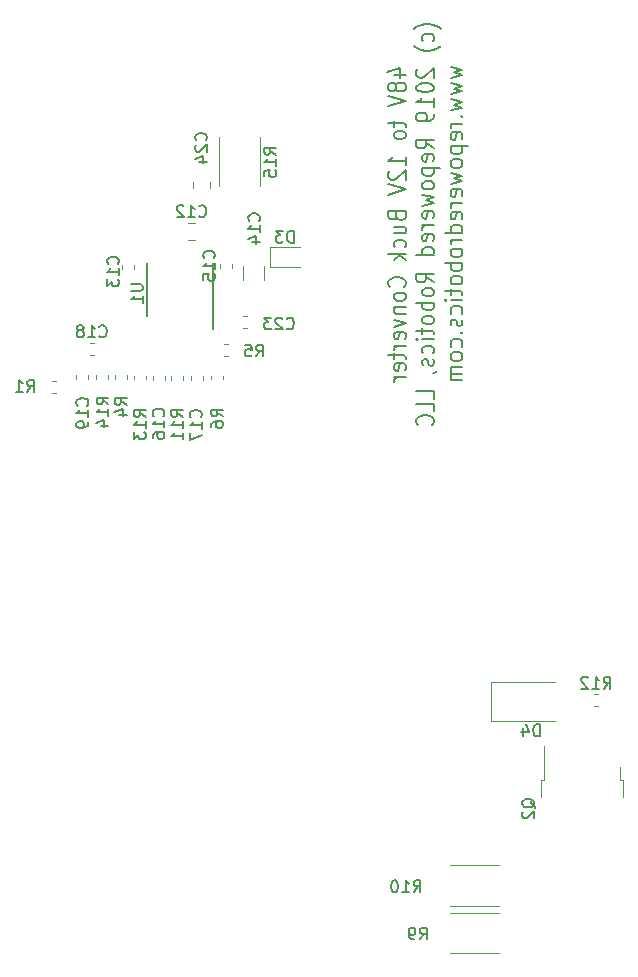
<source format=gbr>
G04 #@! TF.GenerationSoftware,KiCad,Pcbnew,(5.1.2)-2*
G04 #@! TF.CreationDate,2019-10-04T19:12:57-04:00*
G04 #@! TF.ProjectId,High_Current_Buck,48696768-5f43-4757-9272-656e745f4275,rev?*
G04 #@! TF.SameCoordinates,Original*
G04 #@! TF.FileFunction,Legend,Bot*
G04 #@! TF.FilePolarity,Positive*
%FSLAX46Y46*%
G04 Gerber Fmt 4.6, Leading zero omitted, Abs format (unit mm)*
G04 Created by KiCad (PCBNEW (5.1.2)-2) date 2019-10-04 19:12:57*
%MOMM*%
%LPD*%
G04 APERTURE LIST*
%ADD10C,0.150000*%
%ADD11C,0.120000*%
G04 APERTURE END LIST*
D10*
X86378571Y-44402380D02*
X87378571Y-44402380D01*
X85807142Y-44092857D02*
X86878571Y-43783333D01*
X86878571Y-44588095D01*
X86521428Y-45269047D02*
X86450000Y-45145238D01*
X86378571Y-45083333D01*
X86235714Y-45021428D01*
X86164285Y-45021428D01*
X86021428Y-45083333D01*
X85950000Y-45145238D01*
X85878571Y-45269047D01*
X85878571Y-45516666D01*
X85950000Y-45640476D01*
X86021428Y-45702380D01*
X86164285Y-45764285D01*
X86235714Y-45764285D01*
X86378571Y-45702380D01*
X86450000Y-45640476D01*
X86521428Y-45516666D01*
X86521428Y-45269047D01*
X86592857Y-45145238D01*
X86664285Y-45083333D01*
X86807142Y-45021428D01*
X87092857Y-45021428D01*
X87235714Y-45083333D01*
X87307142Y-45145238D01*
X87378571Y-45269047D01*
X87378571Y-45516666D01*
X87307142Y-45640476D01*
X87235714Y-45702380D01*
X87092857Y-45764285D01*
X86807142Y-45764285D01*
X86664285Y-45702380D01*
X86592857Y-45640476D01*
X86521428Y-45516666D01*
X85878571Y-46135714D02*
X87378571Y-46569047D01*
X85878571Y-47002380D01*
X86378571Y-48240476D02*
X86378571Y-48735714D01*
X85878571Y-48426190D02*
X87164285Y-48426190D01*
X87307142Y-48488095D01*
X87378571Y-48611904D01*
X87378571Y-48735714D01*
X87378571Y-49354761D02*
X87307142Y-49230952D01*
X87235714Y-49169047D01*
X87092857Y-49107142D01*
X86664285Y-49107142D01*
X86521428Y-49169047D01*
X86450000Y-49230952D01*
X86378571Y-49354761D01*
X86378571Y-49540476D01*
X86450000Y-49664285D01*
X86521428Y-49726190D01*
X86664285Y-49788095D01*
X87092857Y-49788095D01*
X87235714Y-49726190D01*
X87307142Y-49664285D01*
X87378571Y-49540476D01*
X87378571Y-49354761D01*
X87378571Y-52016666D02*
X87378571Y-51273809D01*
X87378571Y-51645238D02*
X85878571Y-51645238D01*
X86092857Y-51521428D01*
X86235714Y-51397619D01*
X86307142Y-51273809D01*
X86021428Y-52511904D02*
X85950000Y-52573809D01*
X85878571Y-52697619D01*
X85878571Y-53007142D01*
X85950000Y-53130952D01*
X86021428Y-53192857D01*
X86164285Y-53254761D01*
X86307142Y-53254761D01*
X86521428Y-53192857D01*
X87378571Y-52450000D01*
X87378571Y-53254761D01*
X85878571Y-53626190D02*
X87378571Y-54059523D01*
X85878571Y-54492857D01*
X86592857Y-56350000D02*
X86664285Y-56535714D01*
X86735714Y-56597619D01*
X86878571Y-56659523D01*
X87092857Y-56659523D01*
X87235714Y-56597619D01*
X87307142Y-56535714D01*
X87378571Y-56411904D01*
X87378571Y-55916666D01*
X85878571Y-55916666D01*
X85878571Y-56350000D01*
X85950000Y-56473809D01*
X86021428Y-56535714D01*
X86164285Y-56597619D01*
X86307142Y-56597619D01*
X86450000Y-56535714D01*
X86521428Y-56473809D01*
X86592857Y-56350000D01*
X86592857Y-55916666D01*
X86378571Y-57773809D02*
X87378571Y-57773809D01*
X86378571Y-57216666D02*
X87164285Y-57216666D01*
X87307142Y-57278571D01*
X87378571Y-57402380D01*
X87378571Y-57588095D01*
X87307142Y-57711904D01*
X87235714Y-57773809D01*
X87307142Y-58949999D02*
X87378571Y-58826190D01*
X87378571Y-58578571D01*
X87307142Y-58454761D01*
X87235714Y-58392857D01*
X87092857Y-58330952D01*
X86664285Y-58330952D01*
X86521428Y-58392857D01*
X86450000Y-58454761D01*
X86378571Y-58578571D01*
X86378571Y-58826190D01*
X86450000Y-58949999D01*
X87378571Y-59507142D02*
X85878571Y-59507142D01*
X86807142Y-59630952D02*
X87378571Y-60002380D01*
X86378571Y-60002380D02*
X86950000Y-59507142D01*
X87235714Y-62292857D02*
X87307142Y-62230952D01*
X87378571Y-62045238D01*
X87378571Y-61921428D01*
X87307142Y-61735714D01*
X87164285Y-61611904D01*
X87021428Y-61550000D01*
X86735714Y-61488095D01*
X86521428Y-61488095D01*
X86235714Y-61550000D01*
X86092857Y-61611904D01*
X85950000Y-61735714D01*
X85878571Y-61921428D01*
X85878571Y-62045238D01*
X85950000Y-62230952D01*
X86021428Y-62292857D01*
X87378571Y-63035714D02*
X87307142Y-62911904D01*
X87235714Y-62850000D01*
X87092857Y-62788095D01*
X86664285Y-62788095D01*
X86521428Y-62850000D01*
X86450000Y-62911904D01*
X86378571Y-63035714D01*
X86378571Y-63221428D01*
X86450000Y-63345238D01*
X86521428Y-63407142D01*
X86664285Y-63469047D01*
X87092857Y-63469047D01*
X87235714Y-63407142D01*
X87307142Y-63345238D01*
X87378571Y-63221428D01*
X87378571Y-63035714D01*
X86378571Y-64026190D02*
X87378571Y-64026190D01*
X86521428Y-64026190D02*
X86450000Y-64088095D01*
X86378571Y-64211904D01*
X86378571Y-64397619D01*
X86450000Y-64521428D01*
X86592857Y-64583333D01*
X87378571Y-64583333D01*
X86378571Y-65078571D02*
X87378571Y-65388095D01*
X86378571Y-65697619D01*
X87307142Y-66688095D02*
X87378571Y-66564285D01*
X87378571Y-66316666D01*
X87307142Y-66192857D01*
X87164285Y-66130952D01*
X86592857Y-66130952D01*
X86450000Y-66192857D01*
X86378571Y-66316666D01*
X86378571Y-66564285D01*
X86450000Y-66688095D01*
X86592857Y-66749999D01*
X86735714Y-66749999D01*
X86878571Y-66130952D01*
X87378571Y-67307142D02*
X86378571Y-67307142D01*
X86664285Y-67307142D02*
X86521428Y-67369047D01*
X86450000Y-67430952D01*
X86378571Y-67554761D01*
X86378571Y-67678571D01*
X86378571Y-67926190D02*
X86378571Y-68421428D01*
X85878571Y-68111904D02*
X87164285Y-68111904D01*
X87307142Y-68173809D01*
X87378571Y-68297619D01*
X87378571Y-68421428D01*
X87307142Y-69349999D02*
X87378571Y-69226190D01*
X87378571Y-68978571D01*
X87307142Y-68854761D01*
X87164285Y-68792857D01*
X86592857Y-68792857D01*
X86450000Y-68854761D01*
X86378571Y-68978571D01*
X86378571Y-69226190D01*
X86450000Y-69349999D01*
X86592857Y-69411904D01*
X86735714Y-69411904D01*
X86878571Y-68792857D01*
X87378571Y-69969047D02*
X86378571Y-69969047D01*
X86664285Y-69969047D02*
X86521428Y-70030952D01*
X86450000Y-70092857D01*
X86378571Y-70216666D01*
X86378571Y-70340476D01*
X90350000Y-40440476D02*
X90278571Y-40378571D01*
X90064285Y-40254761D01*
X89921428Y-40192857D01*
X89707142Y-40130952D01*
X89350000Y-40069047D01*
X89064285Y-40069047D01*
X88707142Y-40130952D01*
X88492857Y-40192857D01*
X88350000Y-40254761D01*
X88135714Y-40378571D01*
X88064285Y-40440476D01*
X89707142Y-41492857D02*
X89778571Y-41369047D01*
X89778571Y-41121428D01*
X89707142Y-40997619D01*
X89635714Y-40935714D01*
X89492857Y-40873809D01*
X89064285Y-40873809D01*
X88921428Y-40935714D01*
X88850000Y-40997619D01*
X88778571Y-41121428D01*
X88778571Y-41369047D01*
X88850000Y-41492857D01*
X90350000Y-41926190D02*
X90278571Y-41988095D01*
X90064285Y-42111904D01*
X89921428Y-42173809D01*
X89707142Y-42235714D01*
X89350000Y-42297619D01*
X89064285Y-42297619D01*
X88707142Y-42235714D01*
X88492857Y-42173809D01*
X88350000Y-42111904D01*
X88135714Y-41988095D01*
X88064285Y-41926190D01*
X88421428Y-43845238D02*
X88350000Y-43907142D01*
X88278571Y-44030952D01*
X88278571Y-44340476D01*
X88350000Y-44464285D01*
X88421428Y-44526190D01*
X88564285Y-44588095D01*
X88707142Y-44588095D01*
X88921428Y-44526190D01*
X89778571Y-43783333D01*
X89778571Y-44588095D01*
X88278571Y-45392857D02*
X88278571Y-45516666D01*
X88350000Y-45640476D01*
X88421428Y-45702380D01*
X88564285Y-45764285D01*
X88850000Y-45826190D01*
X89207142Y-45826190D01*
X89492857Y-45764285D01*
X89635714Y-45702380D01*
X89707142Y-45640476D01*
X89778571Y-45516666D01*
X89778571Y-45392857D01*
X89707142Y-45269047D01*
X89635714Y-45207142D01*
X89492857Y-45145238D01*
X89207142Y-45083333D01*
X88850000Y-45083333D01*
X88564285Y-45145238D01*
X88421428Y-45207142D01*
X88350000Y-45269047D01*
X88278571Y-45392857D01*
X89778571Y-47064285D02*
X89778571Y-46321428D01*
X89778571Y-46692857D02*
X88278571Y-46692857D01*
X88492857Y-46569047D01*
X88635714Y-46445238D01*
X88707142Y-46321428D01*
X89778571Y-47683333D02*
X89778571Y-47930952D01*
X89707142Y-48054761D01*
X89635714Y-48116666D01*
X89421428Y-48240476D01*
X89135714Y-48302380D01*
X88564285Y-48302380D01*
X88421428Y-48240476D01*
X88350000Y-48178571D01*
X88278571Y-48054761D01*
X88278571Y-47807142D01*
X88350000Y-47683333D01*
X88421428Y-47621428D01*
X88564285Y-47559523D01*
X88921428Y-47559523D01*
X89064285Y-47621428D01*
X89135714Y-47683333D01*
X89207142Y-47807142D01*
X89207142Y-48054761D01*
X89135714Y-48178571D01*
X89064285Y-48240476D01*
X88921428Y-48302380D01*
X89778571Y-50592857D02*
X89064285Y-50159523D01*
X89778571Y-49850000D02*
X88278571Y-49850000D01*
X88278571Y-50345238D01*
X88350000Y-50469047D01*
X88421428Y-50530952D01*
X88564285Y-50592857D01*
X88778571Y-50592857D01*
X88921428Y-50530952D01*
X88992857Y-50469047D01*
X89064285Y-50345238D01*
X89064285Y-49850000D01*
X89707142Y-51645238D02*
X89778571Y-51521428D01*
X89778571Y-51273809D01*
X89707142Y-51150000D01*
X89564285Y-51088095D01*
X88992857Y-51088095D01*
X88850000Y-51150000D01*
X88778571Y-51273809D01*
X88778571Y-51521428D01*
X88850000Y-51645238D01*
X88992857Y-51707142D01*
X89135714Y-51707142D01*
X89278571Y-51088095D01*
X88778571Y-52264285D02*
X90278571Y-52264285D01*
X88850000Y-52264285D02*
X88778571Y-52388095D01*
X88778571Y-52635714D01*
X88850000Y-52759523D01*
X88921428Y-52821428D01*
X89064285Y-52883333D01*
X89492857Y-52883333D01*
X89635714Y-52821428D01*
X89707142Y-52759523D01*
X89778571Y-52635714D01*
X89778571Y-52388095D01*
X89707142Y-52264285D01*
X89778571Y-53626190D02*
X89707142Y-53502380D01*
X89635714Y-53440476D01*
X89492857Y-53378571D01*
X89064285Y-53378571D01*
X88921428Y-53440476D01*
X88850000Y-53502380D01*
X88778571Y-53626190D01*
X88778571Y-53811904D01*
X88850000Y-53935714D01*
X88921428Y-53997619D01*
X89064285Y-54059523D01*
X89492857Y-54059523D01*
X89635714Y-53997619D01*
X89707142Y-53935714D01*
X89778571Y-53811904D01*
X89778571Y-53626190D01*
X88778571Y-54492857D02*
X89778571Y-54740476D01*
X89064285Y-54988095D01*
X89778571Y-55235714D01*
X88778571Y-55483333D01*
X89707142Y-56473809D02*
X89778571Y-56350000D01*
X89778571Y-56102380D01*
X89707142Y-55978571D01*
X89564285Y-55916666D01*
X88992857Y-55916666D01*
X88850000Y-55978571D01*
X88778571Y-56102380D01*
X88778571Y-56350000D01*
X88850000Y-56473809D01*
X88992857Y-56535714D01*
X89135714Y-56535714D01*
X89278571Y-55916666D01*
X89778571Y-57092857D02*
X88778571Y-57092857D01*
X89064285Y-57092857D02*
X88921428Y-57154761D01*
X88850000Y-57216666D01*
X88778571Y-57340476D01*
X88778571Y-57464285D01*
X89707142Y-58392857D02*
X89778571Y-58269047D01*
X89778571Y-58021428D01*
X89707142Y-57897619D01*
X89564285Y-57835714D01*
X88992857Y-57835714D01*
X88850000Y-57897619D01*
X88778571Y-58021428D01*
X88778571Y-58269047D01*
X88850000Y-58392857D01*
X88992857Y-58454761D01*
X89135714Y-58454761D01*
X89278571Y-57835714D01*
X89778571Y-59569047D02*
X88278571Y-59569047D01*
X89707142Y-59569047D02*
X89778571Y-59445238D01*
X89778571Y-59197619D01*
X89707142Y-59073809D01*
X89635714Y-59011904D01*
X89492857Y-58950000D01*
X89064285Y-58950000D01*
X88921428Y-59011904D01*
X88850000Y-59073809D01*
X88778571Y-59197619D01*
X88778571Y-59445238D01*
X88850000Y-59569047D01*
X89778571Y-61921428D02*
X89064285Y-61488095D01*
X89778571Y-61178571D02*
X88278571Y-61178571D01*
X88278571Y-61673809D01*
X88350000Y-61797619D01*
X88421428Y-61859523D01*
X88564285Y-61921428D01*
X88778571Y-61921428D01*
X88921428Y-61859523D01*
X88992857Y-61797619D01*
X89064285Y-61673809D01*
X89064285Y-61178571D01*
X89778571Y-62664285D02*
X89707142Y-62540476D01*
X89635714Y-62478571D01*
X89492857Y-62416666D01*
X89064285Y-62416666D01*
X88921428Y-62478571D01*
X88850000Y-62540476D01*
X88778571Y-62664285D01*
X88778571Y-62850000D01*
X88850000Y-62973809D01*
X88921428Y-63035714D01*
X89064285Y-63097619D01*
X89492857Y-63097619D01*
X89635714Y-63035714D01*
X89707142Y-62973809D01*
X89778571Y-62850000D01*
X89778571Y-62664285D01*
X89778571Y-63654761D02*
X88278571Y-63654761D01*
X88850000Y-63654761D02*
X88778571Y-63778571D01*
X88778571Y-64026190D01*
X88850000Y-64150000D01*
X88921428Y-64211904D01*
X89064285Y-64273809D01*
X89492857Y-64273809D01*
X89635714Y-64211904D01*
X89707142Y-64150000D01*
X89778571Y-64026190D01*
X89778571Y-63778571D01*
X89707142Y-63654761D01*
X89778571Y-65016666D02*
X89707142Y-64892857D01*
X89635714Y-64830952D01*
X89492857Y-64769047D01*
X89064285Y-64769047D01*
X88921428Y-64830952D01*
X88850000Y-64892857D01*
X88778571Y-65016666D01*
X88778571Y-65202380D01*
X88850000Y-65326190D01*
X88921428Y-65388095D01*
X89064285Y-65450000D01*
X89492857Y-65450000D01*
X89635714Y-65388095D01*
X89707142Y-65326190D01*
X89778571Y-65202380D01*
X89778571Y-65016666D01*
X88778571Y-65821428D02*
X88778571Y-66316666D01*
X88278571Y-66007142D02*
X89564285Y-66007142D01*
X89707142Y-66069047D01*
X89778571Y-66192857D01*
X89778571Y-66316666D01*
X89778571Y-66750000D02*
X88778571Y-66750000D01*
X88278571Y-66750000D02*
X88350000Y-66688095D01*
X88421428Y-66750000D01*
X88350000Y-66811904D01*
X88278571Y-66750000D01*
X88421428Y-66750000D01*
X89707142Y-67926190D02*
X89778571Y-67802380D01*
X89778571Y-67554761D01*
X89707142Y-67430952D01*
X89635714Y-67369047D01*
X89492857Y-67307142D01*
X89064285Y-67307142D01*
X88921428Y-67369047D01*
X88850000Y-67430952D01*
X88778571Y-67554761D01*
X88778571Y-67802380D01*
X88850000Y-67926190D01*
X89707142Y-68421428D02*
X89778571Y-68545238D01*
X89778571Y-68792857D01*
X89707142Y-68916666D01*
X89564285Y-68978571D01*
X89492857Y-68978571D01*
X89350000Y-68916666D01*
X89278571Y-68792857D01*
X89278571Y-68607142D01*
X89207142Y-68483333D01*
X89064285Y-68421428D01*
X88992857Y-68421428D01*
X88850000Y-68483333D01*
X88778571Y-68607142D01*
X88778571Y-68792857D01*
X88850000Y-68916666D01*
X89707142Y-69597619D02*
X89778571Y-69597619D01*
X89921428Y-69535714D01*
X89992857Y-69473809D01*
X89778571Y-71764285D02*
X89778571Y-71145238D01*
X88278571Y-71145238D01*
X89778571Y-72816666D02*
X89778571Y-72197619D01*
X88278571Y-72197619D01*
X89635714Y-73992857D02*
X89707142Y-73930952D01*
X89778571Y-73745238D01*
X89778571Y-73621428D01*
X89707142Y-73435714D01*
X89564285Y-73311904D01*
X89421428Y-73250000D01*
X89135714Y-73188095D01*
X88921428Y-73188095D01*
X88635714Y-73250000D01*
X88492857Y-73311904D01*
X88350000Y-73435714D01*
X88278571Y-73621428D01*
X88278571Y-73745238D01*
X88350000Y-73930952D01*
X88421428Y-73992857D01*
X91178571Y-43659523D02*
X92178571Y-43907142D01*
X91464285Y-44154761D01*
X92178571Y-44402380D01*
X91178571Y-44650000D01*
X91178571Y-45021428D02*
X92178571Y-45269047D01*
X91464285Y-45516666D01*
X92178571Y-45764285D01*
X91178571Y-46011904D01*
X91178571Y-46383333D02*
X92178571Y-46630952D01*
X91464285Y-46878571D01*
X92178571Y-47126190D01*
X91178571Y-47373809D01*
X92035714Y-47869047D02*
X92107142Y-47930952D01*
X92178571Y-47869047D01*
X92107142Y-47807142D01*
X92035714Y-47869047D01*
X92178571Y-47869047D01*
X92178571Y-48488095D02*
X91178571Y-48488095D01*
X91464285Y-48488095D02*
X91321428Y-48550000D01*
X91250000Y-48611904D01*
X91178571Y-48735714D01*
X91178571Y-48859523D01*
X92107142Y-49788095D02*
X92178571Y-49664285D01*
X92178571Y-49416666D01*
X92107142Y-49292857D01*
X91964285Y-49230952D01*
X91392857Y-49230952D01*
X91250000Y-49292857D01*
X91178571Y-49416666D01*
X91178571Y-49664285D01*
X91250000Y-49788095D01*
X91392857Y-49850000D01*
X91535714Y-49850000D01*
X91678571Y-49230952D01*
X91178571Y-50407142D02*
X92678571Y-50407142D01*
X91250000Y-50407142D02*
X91178571Y-50530952D01*
X91178571Y-50778571D01*
X91250000Y-50902380D01*
X91321428Y-50964285D01*
X91464285Y-51026190D01*
X91892857Y-51026190D01*
X92035714Y-50964285D01*
X92107142Y-50902380D01*
X92178571Y-50778571D01*
X92178571Y-50530952D01*
X92107142Y-50407142D01*
X92178571Y-51769047D02*
X92107142Y-51645238D01*
X92035714Y-51583333D01*
X91892857Y-51521428D01*
X91464285Y-51521428D01*
X91321428Y-51583333D01*
X91250000Y-51645238D01*
X91178571Y-51769047D01*
X91178571Y-51954761D01*
X91250000Y-52078571D01*
X91321428Y-52140476D01*
X91464285Y-52202380D01*
X91892857Y-52202380D01*
X92035714Y-52140476D01*
X92107142Y-52078571D01*
X92178571Y-51954761D01*
X92178571Y-51769047D01*
X91178571Y-52635714D02*
X92178571Y-52883333D01*
X91464285Y-53130952D01*
X92178571Y-53378571D01*
X91178571Y-53626190D01*
X92107142Y-54616666D02*
X92178571Y-54492857D01*
X92178571Y-54245238D01*
X92107142Y-54121428D01*
X91964285Y-54059523D01*
X91392857Y-54059523D01*
X91250000Y-54121428D01*
X91178571Y-54245238D01*
X91178571Y-54492857D01*
X91250000Y-54616666D01*
X91392857Y-54678571D01*
X91535714Y-54678571D01*
X91678571Y-54059523D01*
X92178571Y-55235714D02*
X91178571Y-55235714D01*
X91464285Y-55235714D02*
X91321428Y-55297619D01*
X91250000Y-55359523D01*
X91178571Y-55483333D01*
X91178571Y-55607142D01*
X92107142Y-56535714D02*
X92178571Y-56411904D01*
X92178571Y-56164285D01*
X92107142Y-56040476D01*
X91964285Y-55978571D01*
X91392857Y-55978571D01*
X91250000Y-56040476D01*
X91178571Y-56164285D01*
X91178571Y-56411904D01*
X91250000Y-56535714D01*
X91392857Y-56597619D01*
X91535714Y-56597619D01*
X91678571Y-55978571D01*
X92178571Y-57711904D02*
X90678571Y-57711904D01*
X92107142Y-57711904D02*
X92178571Y-57588095D01*
X92178571Y-57340476D01*
X92107142Y-57216666D01*
X92035714Y-57154761D01*
X91892857Y-57092857D01*
X91464285Y-57092857D01*
X91321428Y-57154761D01*
X91250000Y-57216666D01*
X91178571Y-57340476D01*
X91178571Y-57588095D01*
X91250000Y-57711904D01*
X92178571Y-58330952D02*
X91178571Y-58330952D01*
X91464285Y-58330952D02*
X91321428Y-58392857D01*
X91250000Y-58454761D01*
X91178571Y-58578571D01*
X91178571Y-58702380D01*
X92178571Y-59321428D02*
X92107142Y-59197619D01*
X92035714Y-59135714D01*
X91892857Y-59073809D01*
X91464285Y-59073809D01*
X91321428Y-59135714D01*
X91250000Y-59197619D01*
X91178571Y-59321428D01*
X91178571Y-59507142D01*
X91250000Y-59630952D01*
X91321428Y-59692857D01*
X91464285Y-59754761D01*
X91892857Y-59754761D01*
X92035714Y-59692857D01*
X92107142Y-59630952D01*
X92178571Y-59507142D01*
X92178571Y-59321428D01*
X92178571Y-60311904D02*
X90678571Y-60311904D01*
X91250000Y-60311904D02*
X91178571Y-60435714D01*
X91178571Y-60683333D01*
X91250000Y-60807142D01*
X91321428Y-60869047D01*
X91464285Y-60930952D01*
X91892857Y-60930952D01*
X92035714Y-60869047D01*
X92107142Y-60807142D01*
X92178571Y-60683333D01*
X92178571Y-60435714D01*
X92107142Y-60311904D01*
X92178571Y-61673809D02*
X92107142Y-61550000D01*
X92035714Y-61488095D01*
X91892857Y-61426190D01*
X91464285Y-61426190D01*
X91321428Y-61488095D01*
X91250000Y-61550000D01*
X91178571Y-61673809D01*
X91178571Y-61859523D01*
X91250000Y-61983333D01*
X91321428Y-62045238D01*
X91464285Y-62107142D01*
X91892857Y-62107142D01*
X92035714Y-62045238D01*
X92107142Y-61983333D01*
X92178571Y-61859523D01*
X92178571Y-61673809D01*
X91178571Y-62478571D02*
X91178571Y-62973809D01*
X90678571Y-62664285D02*
X91964285Y-62664285D01*
X92107142Y-62726190D01*
X92178571Y-62850000D01*
X92178571Y-62973809D01*
X92178571Y-63407142D02*
X91178571Y-63407142D01*
X90678571Y-63407142D02*
X90750000Y-63345238D01*
X90821428Y-63407142D01*
X90750000Y-63469047D01*
X90678571Y-63407142D01*
X90821428Y-63407142D01*
X92107142Y-64583333D02*
X92178571Y-64459523D01*
X92178571Y-64211904D01*
X92107142Y-64088095D01*
X92035714Y-64026190D01*
X91892857Y-63964285D01*
X91464285Y-63964285D01*
X91321428Y-64026190D01*
X91250000Y-64088095D01*
X91178571Y-64211904D01*
X91178571Y-64459523D01*
X91250000Y-64583333D01*
X92107142Y-65078571D02*
X92178571Y-65202380D01*
X92178571Y-65450000D01*
X92107142Y-65573809D01*
X91964285Y-65635714D01*
X91892857Y-65635714D01*
X91750000Y-65573809D01*
X91678571Y-65450000D01*
X91678571Y-65264285D01*
X91607142Y-65140476D01*
X91464285Y-65078571D01*
X91392857Y-65078571D01*
X91250000Y-65140476D01*
X91178571Y-65264285D01*
X91178571Y-65450000D01*
X91250000Y-65573809D01*
X92035714Y-66192857D02*
X92107142Y-66254761D01*
X92178571Y-66192857D01*
X92107142Y-66130952D01*
X92035714Y-66192857D01*
X92178571Y-66192857D01*
X92107142Y-67369047D02*
X92178571Y-67245238D01*
X92178571Y-66997619D01*
X92107142Y-66873809D01*
X92035714Y-66811904D01*
X91892857Y-66750000D01*
X91464285Y-66750000D01*
X91321428Y-66811904D01*
X91250000Y-66873809D01*
X91178571Y-66997619D01*
X91178571Y-67245238D01*
X91250000Y-67369047D01*
X92178571Y-68111904D02*
X92107142Y-67988095D01*
X92035714Y-67926190D01*
X91892857Y-67864285D01*
X91464285Y-67864285D01*
X91321428Y-67926190D01*
X91250000Y-67988095D01*
X91178571Y-68111904D01*
X91178571Y-68297619D01*
X91250000Y-68421428D01*
X91321428Y-68483333D01*
X91464285Y-68545238D01*
X91892857Y-68545238D01*
X92035714Y-68483333D01*
X92107142Y-68421428D01*
X92178571Y-68297619D01*
X92178571Y-68111904D01*
X92178571Y-69102380D02*
X91178571Y-69102380D01*
X91321428Y-69102380D02*
X91250000Y-69164285D01*
X91178571Y-69288095D01*
X91178571Y-69473809D01*
X91250000Y-69597619D01*
X91392857Y-69659523D01*
X92178571Y-69659523D01*
X91392857Y-69659523D02*
X91250000Y-69721428D01*
X91178571Y-69845238D01*
X91178571Y-70030952D01*
X91250000Y-70154761D01*
X91392857Y-70216666D01*
X92178571Y-70216666D01*
D11*
X73574721Y-64790000D02*
X73900279Y-64790000D01*
X73574721Y-65810000D02*
X73900279Y-65810000D01*
X72710000Y-60349721D02*
X72710000Y-60675279D01*
X71690000Y-60349721D02*
X71690000Y-60675279D01*
X75010000Y-49647936D02*
X75010000Y-53752064D01*
X71590000Y-49647936D02*
X71590000Y-53752064D01*
X70810000Y-53403922D02*
X70810000Y-53921078D01*
X69390000Y-53403922D02*
X69390000Y-53921078D01*
X69496078Y-58310000D02*
X68978922Y-58310000D01*
X69496078Y-56890000D02*
X68978922Y-56890000D01*
D10*
X71025000Y-65875000D02*
X71025000Y-60250000D01*
X65475000Y-64750000D02*
X65475000Y-60250000D01*
D11*
X61140000Y-70125279D02*
X61140000Y-69799721D01*
X62160000Y-70125279D02*
X62160000Y-69799721D01*
X65360000Y-69824721D02*
X65360000Y-70150279D01*
X64340000Y-69824721D02*
X64340000Y-70150279D01*
X103650279Y-97810000D02*
X103324721Y-97810000D01*
X103650279Y-96790000D02*
X103324721Y-96790000D01*
X68560000Y-69874721D02*
X68560000Y-70200279D01*
X67540000Y-69874721D02*
X67540000Y-70200279D01*
X91147936Y-111290000D02*
X95252064Y-111290000D01*
X91147936Y-114710000D02*
X95252064Y-114710000D01*
X91147936Y-115290000D02*
X95252064Y-115290000D01*
X91147936Y-118710000D02*
X95252064Y-118710000D01*
X70890000Y-70150279D02*
X70890000Y-69824721D01*
X71910000Y-70150279D02*
X71910000Y-69824721D01*
X71999721Y-67140000D02*
X72325279Y-67140000D01*
X71999721Y-68160000D02*
X72325279Y-68160000D01*
X62740000Y-70125279D02*
X62740000Y-69799721D01*
X63760000Y-70125279D02*
X63760000Y-69799721D01*
X57424721Y-70240000D02*
X57750279Y-70240000D01*
X57424721Y-71260000D02*
X57750279Y-71260000D01*
X105480000Y-104030000D02*
X105480000Y-102930000D01*
X105750000Y-104030000D02*
X105480000Y-104030000D01*
X105750000Y-105530000D02*
X105750000Y-104030000D01*
X99120000Y-104030000D02*
X99120000Y-101200000D01*
X98850000Y-104030000D02*
X99120000Y-104030000D01*
X98850000Y-105530000D02*
X98850000Y-104030000D01*
X94600000Y-99050000D02*
X100000000Y-99050000D01*
X94600000Y-95750000D02*
X100000000Y-95750000D01*
X94600000Y-99050000D02*
X94600000Y-95750000D01*
X75900000Y-60600000D02*
X78450000Y-60600000D01*
X75900000Y-58900000D02*
X78450000Y-58900000D01*
X75900000Y-60600000D02*
X75900000Y-58900000D01*
X59490000Y-70112779D02*
X59490000Y-69787221D01*
X60510000Y-70112779D02*
X60510000Y-69787221D01*
X60962779Y-68060000D02*
X60637221Y-68060000D01*
X60962779Y-67040000D02*
X60637221Y-67040000D01*
X70210000Y-69837221D02*
X70210000Y-70162779D01*
X69190000Y-69837221D02*
X69190000Y-70162779D01*
X66960000Y-69874721D02*
X66960000Y-70200279D01*
X65940000Y-69874721D02*
X65940000Y-70200279D01*
X75410000Y-60547936D02*
X75410000Y-61752064D01*
X73590000Y-60547936D02*
X73590000Y-61752064D01*
X63390000Y-60812779D02*
X63390000Y-60487221D01*
X64410000Y-60812779D02*
X64410000Y-60487221D01*
D10*
X77292857Y-65807142D02*
X77340476Y-65854761D01*
X77483333Y-65902380D01*
X77578571Y-65902380D01*
X77721428Y-65854761D01*
X77816666Y-65759523D01*
X77864285Y-65664285D01*
X77911904Y-65473809D01*
X77911904Y-65330952D01*
X77864285Y-65140476D01*
X77816666Y-65045238D01*
X77721428Y-64950000D01*
X77578571Y-64902380D01*
X77483333Y-64902380D01*
X77340476Y-64950000D01*
X77292857Y-64997619D01*
X76911904Y-64997619D02*
X76864285Y-64950000D01*
X76769047Y-64902380D01*
X76530952Y-64902380D01*
X76435714Y-64950000D01*
X76388095Y-64997619D01*
X76340476Y-65092857D01*
X76340476Y-65188095D01*
X76388095Y-65330952D01*
X76959523Y-65902380D01*
X76340476Y-65902380D01*
X76007142Y-64902380D02*
X75388095Y-64902380D01*
X75721428Y-65283333D01*
X75578571Y-65283333D01*
X75483333Y-65330952D01*
X75435714Y-65378571D01*
X75388095Y-65473809D01*
X75388095Y-65711904D01*
X75435714Y-65807142D01*
X75483333Y-65854761D01*
X75578571Y-65902380D01*
X75864285Y-65902380D01*
X75959523Y-65854761D01*
X76007142Y-65807142D01*
X71127142Y-59869642D02*
X71174761Y-59822023D01*
X71222380Y-59679166D01*
X71222380Y-59583928D01*
X71174761Y-59441071D01*
X71079523Y-59345833D01*
X70984285Y-59298214D01*
X70793809Y-59250595D01*
X70650952Y-59250595D01*
X70460476Y-59298214D01*
X70365238Y-59345833D01*
X70270000Y-59441071D01*
X70222380Y-59583928D01*
X70222380Y-59679166D01*
X70270000Y-59822023D01*
X70317619Y-59869642D01*
X71222380Y-60822023D02*
X71222380Y-60250595D01*
X71222380Y-60536309D02*
X70222380Y-60536309D01*
X70365238Y-60441071D01*
X70460476Y-60345833D01*
X70508095Y-60250595D01*
X70222380Y-61726785D02*
X70222380Y-61250595D01*
X70698571Y-61202976D01*
X70650952Y-61250595D01*
X70603333Y-61345833D01*
X70603333Y-61583928D01*
X70650952Y-61679166D01*
X70698571Y-61726785D01*
X70793809Y-61774404D01*
X71031904Y-61774404D01*
X71127142Y-61726785D01*
X71174761Y-61679166D01*
X71222380Y-61583928D01*
X71222380Y-61345833D01*
X71174761Y-61250595D01*
X71127142Y-61202976D01*
X76402380Y-51107142D02*
X75926190Y-50773809D01*
X76402380Y-50535714D02*
X75402380Y-50535714D01*
X75402380Y-50916666D01*
X75450000Y-51011904D01*
X75497619Y-51059523D01*
X75592857Y-51107142D01*
X75735714Y-51107142D01*
X75830952Y-51059523D01*
X75878571Y-51011904D01*
X75926190Y-50916666D01*
X75926190Y-50535714D01*
X76402380Y-52059523D02*
X76402380Y-51488095D01*
X76402380Y-51773809D02*
X75402380Y-51773809D01*
X75545238Y-51678571D01*
X75640476Y-51583333D01*
X75688095Y-51488095D01*
X75402380Y-52964285D02*
X75402380Y-52488095D01*
X75878571Y-52440476D01*
X75830952Y-52488095D01*
X75783333Y-52583333D01*
X75783333Y-52821428D01*
X75830952Y-52916666D01*
X75878571Y-52964285D01*
X75973809Y-53011904D01*
X76211904Y-53011904D01*
X76307142Y-52964285D01*
X76354761Y-52916666D01*
X76402380Y-52821428D01*
X76402380Y-52583333D01*
X76354761Y-52488095D01*
X76307142Y-52440476D01*
X70457142Y-49907142D02*
X70504761Y-49859523D01*
X70552380Y-49716666D01*
X70552380Y-49621428D01*
X70504761Y-49478571D01*
X70409523Y-49383333D01*
X70314285Y-49335714D01*
X70123809Y-49288095D01*
X69980952Y-49288095D01*
X69790476Y-49335714D01*
X69695238Y-49383333D01*
X69600000Y-49478571D01*
X69552380Y-49621428D01*
X69552380Y-49716666D01*
X69600000Y-49859523D01*
X69647619Y-49907142D01*
X69647619Y-50288095D02*
X69600000Y-50335714D01*
X69552380Y-50430952D01*
X69552380Y-50669047D01*
X69600000Y-50764285D01*
X69647619Y-50811904D01*
X69742857Y-50859523D01*
X69838095Y-50859523D01*
X69980952Y-50811904D01*
X70552380Y-50240476D01*
X70552380Y-50859523D01*
X69885714Y-51716666D02*
X70552380Y-51716666D01*
X69504761Y-51478571D02*
X70219047Y-51240476D01*
X70219047Y-51859523D01*
X69880357Y-56307142D02*
X69927976Y-56354761D01*
X70070833Y-56402380D01*
X70166071Y-56402380D01*
X70308928Y-56354761D01*
X70404166Y-56259523D01*
X70451785Y-56164285D01*
X70499404Y-55973809D01*
X70499404Y-55830952D01*
X70451785Y-55640476D01*
X70404166Y-55545238D01*
X70308928Y-55450000D01*
X70166071Y-55402380D01*
X70070833Y-55402380D01*
X69927976Y-55450000D01*
X69880357Y-55497619D01*
X68927976Y-56402380D02*
X69499404Y-56402380D01*
X69213690Y-56402380D02*
X69213690Y-55402380D01*
X69308928Y-55545238D01*
X69404166Y-55640476D01*
X69499404Y-55688095D01*
X68547023Y-55497619D02*
X68499404Y-55450000D01*
X68404166Y-55402380D01*
X68166071Y-55402380D01*
X68070833Y-55450000D01*
X68023214Y-55497619D01*
X67975595Y-55592857D01*
X67975595Y-55688095D01*
X68023214Y-55830952D01*
X68594642Y-56402380D01*
X67975595Y-56402380D01*
X64102380Y-62088095D02*
X64911904Y-62088095D01*
X65007142Y-62135714D01*
X65054761Y-62183333D01*
X65102380Y-62278571D01*
X65102380Y-62469047D01*
X65054761Y-62564285D01*
X65007142Y-62611904D01*
X64911904Y-62659523D01*
X64102380Y-62659523D01*
X65102380Y-63659523D02*
X65102380Y-63088095D01*
X65102380Y-63373809D02*
X64102380Y-63373809D01*
X64245238Y-63278571D01*
X64340476Y-63183333D01*
X64388095Y-63088095D01*
X62202380Y-72257142D02*
X61726190Y-71923809D01*
X62202380Y-71685714D02*
X61202380Y-71685714D01*
X61202380Y-72066666D01*
X61250000Y-72161904D01*
X61297619Y-72209523D01*
X61392857Y-72257142D01*
X61535714Y-72257142D01*
X61630952Y-72209523D01*
X61678571Y-72161904D01*
X61726190Y-72066666D01*
X61726190Y-71685714D01*
X62202380Y-73209523D02*
X62202380Y-72638095D01*
X62202380Y-72923809D02*
X61202380Y-72923809D01*
X61345238Y-72828571D01*
X61440476Y-72733333D01*
X61488095Y-72638095D01*
X61535714Y-74066666D02*
X62202380Y-74066666D01*
X61154761Y-73828571D02*
X61869047Y-73590476D01*
X61869047Y-74209523D01*
X65352380Y-73307142D02*
X64876190Y-72973809D01*
X65352380Y-72735714D02*
X64352380Y-72735714D01*
X64352380Y-73116666D01*
X64400000Y-73211904D01*
X64447619Y-73259523D01*
X64542857Y-73307142D01*
X64685714Y-73307142D01*
X64780952Y-73259523D01*
X64828571Y-73211904D01*
X64876190Y-73116666D01*
X64876190Y-72735714D01*
X65352380Y-74259523D02*
X65352380Y-73688095D01*
X65352380Y-73973809D02*
X64352380Y-73973809D01*
X64495238Y-73878571D01*
X64590476Y-73783333D01*
X64638095Y-73688095D01*
X64352380Y-74592857D02*
X64352380Y-75211904D01*
X64733333Y-74878571D01*
X64733333Y-75021428D01*
X64780952Y-75116666D01*
X64828571Y-75164285D01*
X64923809Y-75211904D01*
X65161904Y-75211904D01*
X65257142Y-75164285D01*
X65304761Y-75116666D01*
X65352380Y-75021428D01*
X65352380Y-74735714D01*
X65304761Y-74640476D01*
X65257142Y-74592857D01*
X104130357Y-96322380D02*
X104463690Y-95846190D01*
X104701785Y-96322380D02*
X104701785Y-95322380D01*
X104320833Y-95322380D01*
X104225595Y-95370000D01*
X104177976Y-95417619D01*
X104130357Y-95512857D01*
X104130357Y-95655714D01*
X104177976Y-95750952D01*
X104225595Y-95798571D01*
X104320833Y-95846190D01*
X104701785Y-95846190D01*
X103177976Y-96322380D02*
X103749404Y-96322380D01*
X103463690Y-96322380D02*
X103463690Y-95322380D01*
X103558928Y-95465238D01*
X103654166Y-95560476D01*
X103749404Y-95608095D01*
X102797023Y-95417619D02*
X102749404Y-95370000D01*
X102654166Y-95322380D01*
X102416071Y-95322380D01*
X102320833Y-95370000D01*
X102273214Y-95417619D01*
X102225595Y-95512857D01*
X102225595Y-95608095D01*
X102273214Y-95750952D01*
X102844642Y-96322380D01*
X102225595Y-96322380D01*
X68502380Y-73307142D02*
X68026190Y-72973809D01*
X68502380Y-72735714D02*
X67502380Y-72735714D01*
X67502380Y-73116666D01*
X67550000Y-73211904D01*
X67597619Y-73259523D01*
X67692857Y-73307142D01*
X67835714Y-73307142D01*
X67930952Y-73259523D01*
X67978571Y-73211904D01*
X68026190Y-73116666D01*
X68026190Y-72735714D01*
X68502380Y-74259523D02*
X68502380Y-73688095D01*
X68502380Y-73973809D02*
X67502380Y-73973809D01*
X67645238Y-73878571D01*
X67740476Y-73783333D01*
X67788095Y-73688095D01*
X68502380Y-75211904D02*
X68502380Y-74640476D01*
X68502380Y-74926190D02*
X67502380Y-74926190D01*
X67645238Y-74830952D01*
X67740476Y-74735714D01*
X67788095Y-74640476D01*
X88042857Y-113552380D02*
X88376190Y-113076190D01*
X88614285Y-113552380D02*
X88614285Y-112552380D01*
X88233333Y-112552380D01*
X88138095Y-112600000D01*
X88090476Y-112647619D01*
X88042857Y-112742857D01*
X88042857Y-112885714D01*
X88090476Y-112980952D01*
X88138095Y-113028571D01*
X88233333Y-113076190D01*
X88614285Y-113076190D01*
X87090476Y-113552380D02*
X87661904Y-113552380D01*
X87376190Y-113552380D02*
X87376190Y-112552380D01*
X87471428Y-112695238D01*
X87566666Y-112790476D01*
X87661904Y-112838095D01*
X86471428Y-112552380D02*
X86376190Y-112552380D01*
X86280952Y-112600000D01*
X86233333Y-112647619D01*
X86185714Y-112742857D01*
X86138095Y-112933333D01*
X86138095Y-113171428D01*
X86185714Y-113361904D01*
X86233333Y-113457142D01*
X86280952Y-113504761D01*
X86376190Y-113552380D01*
X86471428Y-113552380D01*
X86566666Y-113504761D01*
X86614285Y-113457142D01*
X86661904Y-113361904D01*
X86709523Y-113171428D01*
X86709523Y-112933333D01*
X86661904Y-112742857D01*
X86614285Y-112647619D01*
X86566666Y-112600000D01*
X86471428Y-112552380D01*
X88566666Y-117552380D02*
X88900000Y-117076190D01*
X89138095Y-117552380D02*
X89138095Y-116552380D01*
X88757142Y-116552380D01*
X88661904Y-116600000D01*
X88614285Y-116647619D01*
X88566666Y-116742857D01*
X88566666Y-116885714D01*
X88614285Y-116980952D01*
X88661904Y-117028571D01*
X88757142Y-117076190D01*
X89138095Y-117076190D01*
X88090476Y-117552380D02*
X87900000Y-117552380D01*
X87804761Y-117504761D01*
X87757142Y-117457142D01*
X87661904Y-117314285D01*
X87614285Y-117123809D01*
X87614285Y-116742857D01*
X87661904Y-116647619D01*
X87709523Y-116600000D01*
X87804761Y-116552380D01*
X87995238Y-116552380D01*
X88090476Y-116600000D01*
X88138095Y-116647619D01*
X88185714Y-116742857D01*
X88185714Y-116980952D01*
X88138095Y-117076190D01*
X88090476Y-117123809D01*
X87995238Y-117171428D01*
X87804761Y-117171428D01*
X87709523Y-117123809D01*
X87661904Y-117076190D01*
X87614285Y-116980952D01*
X71902380Y-73283333D02*
X71426190Y-72950000D01*
X71902380Y-72711904D02*
X70902380Y-72711904D01*
X70902380Y-73092857D01*
X70950000Y-73188095D01*
X70997619Y-73235714D01*
X71092857Y-73283333D01*
X71235714Y-73283333D01*
X71330952Y-73235714D01*
X71378571Y-73188095D01*
X71426190Y-73092857D01*
X71426190Y-72711904D01*
X70902380Y-74140476D02*
X70902380Y-73950000D01*
X70950000Y-73854761D01*
X70997619Y-73807142D01*
X71140476Y-73711904D01*
X71330952Y-73664285D01*
X71711904Y-73664285D01*
X71807142Y-73711904D01*
X71854761Y-73759523D01*
X71902380Y-73854761D01*
X71902380Y-74045238D01*
X71854761Y-74140476D01*
X71807142Y-74188095D01*
X71711904Y-74235714D01*
X71473809Y-74235714D01*
X71378571Y-74188095D01*
X71330952Y-74140476D01*
X71283333Y-74045238D01*
X71283333Y-73854761D01*
X71330952Y-73759523D01*
X71378571Y-73711904D01*
X71473809Y-73664285D01*
X74716666Y-68202380D02*
X75050000Y-67726190D01*
X75288095Y-68202380D02*
X75288095Y-67202380D01*
X74907142Y-67202380D01*
X74811904Y-67250000D01*
X74764285Y-67297619D01*
X74716666Y-67392857D01*
X74716666Y-67535714D01*
X74764285Y-67630952D01*
X74811904Y-67678571D01*
X74907142Y-67726190D01*
X75288095Y-67726190D01*
X73811904Y-67202380D02*
X74288095Y-67202380D01*
X74335714Y-67678571D01*
X74288095Y-67630952D01*
X74192857Y-67583333D01*
X73954761Y-67583333D01*
X73859523Y-67630952D01*
X73811904Y-67678571D01*
X73764285Y-67773809D01*
X73764285Y-68011904D01*
X73811904Y-68107142D01*
X73859523Y-68154761D01*
X73954761Y-68202380D01*
X74192857Y-68202380D01*
X74288095Y-68154761D01*
X74335714Y-68107142D01*
X63752380Y-72283333D02*
X63276190Y-71950000D01*
X63752380Y-71711904D02*
X62752380Y-71711904D01*
X62752380Y-72092857D01*
X62800000Y-72188095D01*
X62847619Y-72235714D01*
X62942857Y-72283333D01*
X63085714Y-72283333D01*
X63180952Y-72235714D01*
X63228571Y-72188095D01*
X63276190Y-72092857D01*
X63276190Y-71711904D01*
X63085714Y-73140476D02*
X63752380Y-73140476D01*
X62704761Y-72902380D02*
X63419047Y-72664285D01*
X63419047Y-73283333D01*
X55341666Y-71202380D02*
X55675000Y-70726190D01*
X55913095Y-71202380D02*
X55913095Y-70202380D01*
X55532142Y-70202380D01*
X55436904Y-70250000D01*
X55389285Y-70297619D01*
X55341666Y-70392857D01*
X55341666Y-70535714D01*
X55389285Y-70630952D01*
X55436904Y-70678571D01*
X55532142Y-70726190D01*
X55913095Y-70726190D01*
X54389285Y-71202380D02*
X54960714Y-71202380D01*
X54675000Y-71202380D02*
X54675000Y-70202380D01*
X54770238Y-70345238D01*
X54865476Y-70440476D01*
X54960714Y-70488095D01*
X98347619Y-106404761D02*
X98300000Y-106309523D01*
X98204761Y-106214285D01*
X98061904Y-106071428D01*
X98014285Y-105976190D01*
X98014285Y-105880952D01*
X98252380Y-105928571D02*
X98204761Y-105833333D01*
X98109523Y-105738095D01*
X97919047Y-105690476D01*
X97585714Y-105690476D01*
X97395238Y-105738095D01*
X97300000Y-105833333D01*
X97252380Y-105928571D01*
X97252380Y-106119047D01*
X97300000Y-106214285D01*
X97395238Y-106309523D01*
X97585714Y-106357142D01*
X97919047Y-106357142D01*
X98109523Y-106309523D01*
X98204761Y-106214285D01*
X98252380Y-106119047D01*
X98252380Y-105928571D01*
X97347619Y-106738095D02*
X97300000Y-106785714D01*
X97252380Y-106880952D01*
X97252380Y-107119047D01*
X97300000Y-107214285D01*
X97347619Y-107261904D01*
X97442857Y-107309523D01*
X97538095Y-107309523D01*
X97680952Y-107261904D01*
X98252380Y-106690476D01*
X98252380Y-107309523D01*
X98738095Y-100352380D02*
X98738095Y-99352380D01*
X98500000Y-99352380D01*
X98357142Y-99400000D01*
X98261904Y-99495238D01*
X98214285Y-99590476D01*
X98166666Y-99780952D01*
X98166666Y-99923809D01*
X98214285Y-100114285D01*
X98261904Y-100209523D01*
X98357142Y-100304761D01*
X98500000Y-100352380D01*
X98738095Y-100352380D01*
X97309523Y-99685714D02*
X97309523Y-100352380D01*
X97547619Y-99304761D02*
X97785714Y-100019047D01*
X97166666Y-100019047D01*
X77888095Y-58552380D02*
X77888095Y-57552380D01*
X77650000Y-57552380D01*
X77507142Y-57600000D01*
X77411904Y-57695238D01*
X77364285Y-57790476D01*
X77316666Y-57980952D01*
X77316666Y-58123809D01*
X77364285Y-58314285D01*
X77411904Y-58409523D01*
X77507142Y-58504761D01*
X77650000Y-58552380D01*
X77888095Y-58552380D01*
X76983333Y-57552380D02*
X76364285Y-57552380D01*
X76697619Y-57933333D01*
X76554761Y-57933333D01*
X76459523Y-57980952D01*
X76411904Y-58028571D01*
X76364285Y-58123809D01*
X76364285Y-58361904D01*
X76411904Y-58457142D01*
X76459523Y-58504761D01*
X76554761Y-58552380D01*
X76840476Y-58552380D01*
X76935714Y-58504761D01*
X76983333Y-58457142D01*
X60407142Y-72357142D02*
X60454761Y-72309523D01*
X60502380Y-72166666D01*
X60502380Y-72071428D01*
X60454761Y-71928571D01*
X60359523Y-71833333D01*
X60264285Y-71785714D01*
X60073809Y-71738095D01*
X59930952Y-71738095D01*
X59740476Y-71785714D01*
X59645238Y-71833333D01*
X59550000Y-71928571D01*
X59502380Y-72071428D01*
X59502380Y-72166666D01*
X59550000Y-72309523D01*
X59597619Y-72357142D01*
X60502380Y-73309523D02*
X60502380Y-72738095D01*
X60502380Y-73023809D02*
X59502380Y-73023809D01*
X59645238Y-72928571D01*
X59740476Y-72833333D01*
X59788095Y-72738095D01*
X60502380Y-73785714D02*
X60502380Y-73976190D01*
X60454761Y-74071428D01*
X60407142Y-74119047D01*
X60264285Y-74214285D01*
X60073809Y-74261904D01*
X59692857Y-74261904D01*
X59597619Y-74214285D01*
X59550000Y-74166666D01*
X59502380Y-74071428D01*
X59502380Y-73880952D01*
X59550000Y-73785714D01*
X59597619Y-73738095D01*
X59692857Y-73690476D01*
X59930952Y-73690476D01*
X60026190Y-73738095D01*
X60073809Y-73785714D01*
X60121428Y-73880952D01*
X60121428Y-74071428D01*
X60073809Y-74166666D01*
X60026190Y-74214285D01*
X59930952Y-74261904D01*
X61442857Y-66477142D02*
X61490476Y-66524761D01*
X61633333Y-66572380D01*
X61728571Y-66572380D01*
X61871428Y-66524761D01*
X61966666Y-66429523D01*
X62014285Y-66334285D01*
X62061904Y-66143809D01*
X62061904Y-66000952D01*
X62014285Y-65810476D01*
X61966666Y-65715238D01*
X61871428Y-65620000D01*
X61728571Y-65572380D01*
X61633333Y-65572380D01*
X61490476Y-65620000D01*
X61442857Y-65667619D01*
X60490476Y-66572380D02*
X61061904Y-66572380D01*
X60776190Y-66572380D02*
X60776190Y-65572380D01*
X60871428Y-65715238D01*
X60966666Y-65810476D01*
X61061904Y-65858095D01*
X59919047Y-66000952D02*
X60014285Y-65953333D01*
X60061904Y-65905714D01*
X60109523Y-65810476D01*
X60109523Y-65762857D01*
X60061904Y-65667619D01*
X60014285Y-65620000D01*
X59919047Y-65572380D01*
X59728571Y-65572380D01*
X59633333Y-65620000D01*
X59585714Y-65667619D01*
X59538095Y-65762857D01*
X59538095Y-65810476D01*
X59585714Y-65905714D01*
X59633333Y-65953333D01*
X59728571Y-66000952D01*
X59919047Y-66000952D01*
X60014285Y-66048571D01*
X60061904Y-66096190D01*
X60109523Y-66191428D01*
X60109523Y-66381904D01*
X60061904Y-66477142D01*
X60014285Y-66524761D01*
X59919047Y-66572380D01*
X59728571Y-66572380D01*
X59633333Y-66524761D01*
X59585714Y-66477142D01*
X59538095Y-66381904D01*
X59538095Y-66191428D01*
X59585714Y-66096190D01*
X59633333Y-66048571D01*
X59728571Y-66000952D01*
X70007142Y-73357142D02*
X70054761Y-73309523D01*
X70102380Y-73166666D01*
X70102380Y-73071428D01*
X70054761Y-72928571D01*
X69959523Y-72833333D01*
X69864285Y-72785714D01*
X69673809Y-72738095D01*
X69530952Y-72738095D01*
X69340476Y-72785714D01*
X69245238Y-72833333D01*
X69150000Y-72928571D01*
X69102380Y-73071428D01*
X69102380Y-73166666D01*
X69150000Y-73309523D01*
X69197619Y-73357142D01*
X70102380Y-74309523D02*
X70102380Y-73738095D01*
X70102380Y-74023809D02*
X69102380Y-74023809D01*
X69245238Y-73928571D01*
X69340476Y-73833333D01*
X69388095Y-73738095D01*
X69102380Y-74642857D02*
X69102380Y-75309523D01*
X70102380Y-74880952D01*
X66857142Y-73257142D02*
X66904761Y-73209523D01*
X66952380Y-73066666D01*
X66952380Y-72971428D01*
X66904761Y-72828571D01*
X66809523Y-72733333D01*
X66714285Y-72685714D01*
X66523809Y-72638095D01*
X66380952Y-72638095D01*
X66190476Y-72685714D01*
X66095238Y-72733333D01*
X66000000Y-72828571D01*
X65952380Y-72971428D01*
X65952380Y-73066666D01*
X66000000Y-73209523D01*
X66047619Y-73257142D01*
X66952380Y-74209523D02*
X66952380Y-73638095D01*
X66952380Y-73923809D02*
X65952380Y-73923809D01*
X66095238Y-73828571D01*
X66190476Y-73733333D01*
X66238095Y-73638095D01*
X65952380Y-75066666D02*
X65952380Y-74876190D01*
X66000000Y-74780952D01*
X66047619Y-74733333D01*
X66190476Y-74638095D01*
X66380952Y-74590476D01*
X66761904Y-74590476D01*
X66857142Y-74638095D01*
X66904761Y-74685714D01*
X66952380Y-74780952D01*
X66952380Y-74971428D01*
X66904761Y-75066666D01*
X66857142Y-75114285D01*
X66761904Y-75161904D01*
X66523809Y-75161904D01*
X66428571Y-75114285D01*
X66380952Y-75066666D01*
X66333333Y-74971428D01*
X66333333Y-74780952D01*
X66380952Y-74685714D01*
X66428571Y-74638095D01*
X66523809Y-74590476D01*
X74957142Y-56707142D02*
X75004761Y-56659523D01*
X75052380Y-56516666D01*
X75052380Y-56421428D01*
X75004761Y-56278571D01*
X74909523Y-56183333D01*
X74814285Y-56135714D01*
X74623809Y-56088095D01*
X74480952Y-56088095D01*
X74290476Y-56135714D01*
X74195238Y-56183333D01*
X74100000Y-56278571D01*
X74052380Y-56421428D01*
X74052380Y-56516666D01*
X74100000Y-56659523D01*
X74147619Y-56707142D01*
X75052380Y-57659523D02*
X75052380Y-57088095D01*
X75052380Y-57373809D02*
X74052380Y-57373809D01*
X74195238Y-57278571D01*
X74290476Y-57183333D01*
X74338095Y-57088095D01*
X74385714Y-58516666D02*
X75052380Y-58516666D01*
X74004761Y-58278571D02*
X74719047Y-58040476D01*
X74719047Y-58659523D01*
X63007142Y-60357142D02*
X63054761Y-60309523D01*
X63102380Y-60166666D01*
X63102380Y-60071428D01*
X63054761Y-59928571D01*
X62959523Y-59833333D01*
X62864285Y-59785714D01*
X62673809Y-59738095D01*
X62530952Y-59738095D01*
X62340476Y-59785714D01*
X62245238Y-59833333D01*
X62150000Y-59928571D01*
X62102380Y-60071428D01*
X62102380Y-60166666D01*
X62150000Y-60309523D01*
X62197619Y-60357142D01*
X63102380Y-61309523D02*
X63102380Y-60738095D01*
X63102380Y-61023809D02*
X62102380Y-61023809D01*
X62245238Y-60928571D01*
X62340476Y-60833333D01*
X62388095Y-60738095D01*
X62102380Y-61642857D02*
X62102380Y-62261904D01*
X62483333Y-61928571D01*
X62483333Y-62071428D01*
X62530952Y-62166666D01*
X62578571Y-62214285D01*
X62673809Y-62261904D01*
X62911904Y-62261904D01*
X63007142Y-62214285D01*
X63054761Y-62166666D01*
X63102380Y-62071428D01*
X63102380Y-61785714D01*
X63054761Y-61690476D01*
X63007142Y-61642857D01*
M02*

</source>
